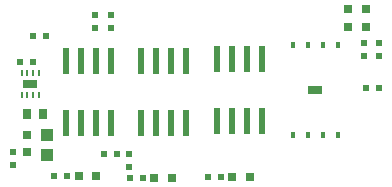
<source format=gtp>
G75*
%MOIN*%
%OFA0B0*%
%FSLAX25Y25*%
%IPPOS*%
%LPD*%
%AMOC8*
5,1,8,0,0,1.08239X$1,22.5*
%
%ADD10R,0.02400X0.08700*%
%ADD11R,0.03150X0.03150*%
%ADD12R,0.02362X0.01969*%
%ADD13R,0.00984X0.01969*%
%ADD14R,0.05118X0.02756*%
%ADD15R,0.02756X0.03543*%
%ADD16R,0.01969X0.02362*%
%ADD17R,0.03937X0.04331*%
%ADD18R,0.01772X0.02165*%
D10*
X0102979Y0026650D03*
X0107979Y0026650D03*
X0112979Y0026650D03*
X0117979Y0026650D03*
X0127979Y0026650D03*
X0132979Y0026650D03*
X0137979Y0026650D03*
X0142979Y0026650D03*
X0153479Y0027150D03*
X0158479Y0027150D03*
X0163479Y0027150D03*
X0168479Y0027150D03*
X0142979Y0047250D03*
X0137979Y0047250D03*
X0132979Y0047250D03*
X0127979Y0047250D03*
X0117979Y0047250D03*
X0112979Y0047250D03*
X0107979Y0047250D03*
X0102979Y0047250D03*
X0153479Y0047750D03*
X0158479Y0047750D03*
X0163479Y0047750D03*
X0168479Y0047750D03*
D11*
X0196979Y0058497D03*
X0202979Y0058497D03*
X0202979Y0064403D03*
X0196979Y0064403D03*
X0090229Y0022653D03*
X0090229Y0016747D03*
X0107276Y0008800D03*
X0113181Y0008800D03*
X0132526Y0008250D03*
X0138431Y0008250D03*
X0158526Y0008450D03*
X0164431Y0008450D03*
D12*
X0085379Y0012385D03*
X0085379Y0016715D03*
X0124179Y0016265D03*
X0124179Y0011935D03*
X0202479Y0048785D03*
X0207479Y0048785D03*
X0207479Y0053115D03*
X0202479Y0053115D03*
X0118129Y0058035D03*
X0112829Y0058035D03*
X0112829Y0062365D03*
X0118129Y0062365D03*
D13*
X0094181Y0043190D03*
X0092213Y0043190D03*
X0090244Y0043190D03*
X0088276Y0043190D03*
X0088276Y0035710D03*
X0090244Y0035710D03*
X0092213Y0035710D03*
X0094181Y0035710D03*
D14*
X0091229Y0039450D03*
X0186146Y0037683D03*
D15*
X0095288Y0029450D03*
X0090170Y0029450D03*
D16*
X0115763Y0016300D03*
X0120094Y0016300D03*
X0124363Y0008300D03*
X0128694Y0008300D03*
X0150313Y0008450D03*
X0154644Y0008450D03*
X0103444Y0008800D03*
X0099113Y0008800D03*
X0092144Y0046900D03*
X0087813Y0046900D03*
X0092063Y0055450D03*
X0096394Y0055450D03*
X0203013Y0038250D03*
X0207344Y0038250D03*
D17*
X0096679Y0022546D03*
X0096679Y0015854D03*
D18*
X0178646Y0022683D03*
X0183646Y0022683D03*
X0188646Y0022683D03*
X0193646Y0022683D03*
X0193646Y0052683D03*
X0188646Y0052683D03*
X0183646Y0052683D03*
X0178646Y0052683D03*
M02*

</source>
